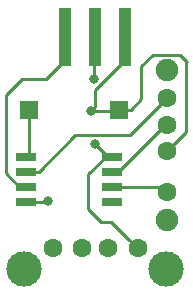
<source format=gbr>
G04 #@! TF.GenerationSoftware,KiCad,Pcbnew,5.0.2+dfsg1-1~bpo9+1*
G04 #@! TF.CreationDate,2020-11-29T19:27:56+00:00*
G04 #@! TF.ProjectId,tiny_glowstick,74696e79-5f67-46c6-9f77-737469636b2e,rev?*
G04 #@! TF.SameCoordinates,Original*
G04 #@! TF.FileFunction,Copper,L1,Top*
G04 #@! TF.FilePolarity,Positive*
%FSLAX46Y46*%
G04 Gerber Fmt 4.6, Leading zero omitted, Abs format (unit mm)*
G04 Created by KiCad (PCBNEW 5.0.2+dfsg1-1~bpo9+1) date Sun 29 Nov 2020 19:27:56 GMT*
%MOMM*%
%LPD*%
G01*
G04 APERTURE LIST*
G04 #@! TA.AperFunction,SMDPad,CuDef*
%ADD10R,1.700000X0.650000*%
G04 #@! TD*
G04 #@! TA.AperFunction,ComponentPad*
%ADD11C,1.600000*%
G04 #@! TD*
G04 #@! TA.AperFunction,ComponentPad*
%ADD12C,3.000000*%
G04 #@! TD*
G04 #@! TA.AperFunction,SMDPad,CuDef*
%ADD13R,1.524000X1.524000*%
G04 #@! TD*
G04 #@! TA.AperFunction,ComponentPad*
%ADD14C,1.900000*%
G04 #@! TD*
G04 #@! TA.AperFunction,SMDPad,CuDef*
%ADD15R,1.000000X5.000000*%
G04 #@! TD*
G04 #@! TA.AperFunction,ViaPad*
%ADD16C,0.800000*%
G04 #@! TD*
G04 #@! TA.AperFunction,Conductor*
%ADD17C,0.250000*%
G04 #@! TD*
G04 APERTURE END LIST*
D10*
G04 #@! TO.P,U1,1*
G04 #@! TO.N,Net-(SW2-Pad1)*
X130982700Y-70866000D03*
G04 #@! TO.P,U1,2*
G04 #@! TO.N,Net-(SW1-Pad1)*
X130982700Y-72136000D03*
G04 #@! TO.P,U1,3*
G04 #@! TO.N,Net-(D1-Pad4)*
X130982700Y-73406000D03*
G04 #@! TO.P,U1,4*
G04 #@! TO.N,Net-(D1-Pad3)*
X130982700Y-74676000D03*
G04 #@! TO.P,U1,5*
G04 #@! TO.N,Net-(U1-Pad5)*
X138282700Y-74676000D03*
G04 #@! TO.P,U1,6*
G04 #@! TO.N,Net-(SW1-Pad4)*
X138282700Y-73406000D03*
G04 #@! TO.P,U1,7*
G04 #@! TO.N,Net-(SW1-Pad2)*
X138282700Y-72136000D03*
G04 #@! TO.P,U1,8*
G04 #@! TO.N,Net-(D1-Pad1)*
X138282700Y-70866000D03*
G04 #@! TD*
D11*
G04 #@! TO.P,J1,1*
G04 #@! TO.N,Net-(D1-Pad1)*
X140462000Y-78600300D03*
G04 #@! TO.P,J1,2*
G04 #@! TO.N,Net-(J1-Pad2)*
X137998200Y-78600300D03*
G04 #@! TO.P,J1,3*
G04 #@! TO.N,Net-(J1-Pad3)*
X135763000Y-78600300D03*
G04 #@! TO.P,J1,4*
G04 #@! TO.N,Net-(D1-Pad3)*
X133299200Y-78600300D03*
D12*
X130860800Y-80393540D03*
X142875000Y-80398620D03*
G04 #@! TD*
D13*
G04 #@! TO.P,SW2,1*
G04 #@! TO.N,Net-(SW2-Pad1)*
X131279900Y-66878200D03*
G04 #@! TO.P,SW2,2*
G04 #@! TO.N,Net-(D1-Pad3)*
X138899900Y-66878200D03*
G04 #@! TD*
D11*
G04 #@! TO.P,SW1,3*
G04 #@! TO.N,Net-(D1-Pad3)*
X142963900Y-70426580D03*
G04 #@! TO.P,SW1,4*
G04 #@! TO.N,Net-(SW1-Pad4)*
X142963900Y-73850500D03*
G04 #@! TO.P,SW1,2*
G04 #@! TO.N,Net-(SW1-Pad2)*
X142963900Y-68176140D03*
G04 #@! TO.P,SW1,1*
G04 #@! TO.N,Net-(SW1-Pad1)*
X142963900Y-65925700D03*
D14*
G04 #@! TO.P,SW1,5*
G04 #@! TO.N,N/C*
X142963900Y-63517780D03*
G04 #@! TO.P,SW1,6*
X142963900Y-76258420D03*
G04 #@! TD*
D15*
G04 #@! TO.P,D1,4*
G04 #@! TO.N,Net-(D1-Pad4)*
X134297420Y-60695840D03*
G04 #@! TO.P,D1,1*
G04 #@! TO.N,Net-(D1-Pad1)*
X136837420Y-60695840D03*
G04 #@! TO.P,D1,3*
G04 #@! TO.N,Net-(D1-Pad3)*
X139377420Y-60695840D03*
G04 #@! TD*
D16*
G04 #@! TO.N,Net-(D1-Pad3)*
X132880100Y-74625200D03*
X136491980Y-67025520D03*
G04 #@! TO.N,Net-(D1-Pad1)*
X136878060Y-69774900D03*
X136778667Y-64269287D03*
G04 #@! TD*
D17*
G04 #@! TO.N,Net-(D1-Pad3)*
X132829300Y-74676000D02*
X132880100Y-74625200D01*
X130982700Y-74676000D02*
X132829300Y-74676000D01*
X138752580Y-67025520D02*
X138899900Y-66878200D01*
X136491980Y-67025520D02*
X138752580Y-67025520D01*
X139377420Y-62695840D02*
X139377420Y-60695840D01*
X136891979Y-65181281D02*
X139377420Y-62695840D01*
X136891979Y-66625521D02*
X136891979Y-65181281D01*
X136491980Y-67025520D02*
X136891979Y-66625521D01*
X139911900Y-66878200D02*
X140771880Y-66018220D01*
X138899900Y-66878200D02*
X139911900Y-66878200D01*
X140771880Y-66018220D02*
X140771880Y-63197740D01*
X141726841Y-62242779D02*
X144068721Y-62242779D01*
X140771880Y-63197740D02*
X141726841Y-62242779D01*
X144068721Y-62242779D02*
X144633990Y-62808048D01*
X144633990Y-62808048D02*
X144599660Y-62842378D01*
X144599660Y-68790820D02*
X142963900Y-70426580D01*
X144599660Y-62842378D02*
X144599660Y-68790820D01*
G04 #@! TO.N,Net-(D1-Pad4)*
X134297420Y-62695840D02*
X132693160Y-64300100D01*
X134297420Y-60695840D02*
X134297420Y-62695840D01*
X132693160Y-64300100D02*
X130637280Y-64300100D01*
X130637280Y-64300100D02*
X129329180Y-65608200D01*
X130457700Y-73406000D02*
X130982700Y-73406000D01*
X129329180Y-72277480D02*
X130457700Y-73406000D01*
X129329180Y-65608200D02*
X129329180Y-72277480D01*
G04 #@! TO.N,Net-(D1-Pad1)*
X139662001Y-77800301D02*
X139636601Y-77800301D01*
X140462000Y-78600300D02*
X139662001Y-77800301D01*
X139636601Y-77800301D02*
X138214100Y-76377800D01*
X138214100Y-76377800D02*
X137375900Y-76377800D01*
X137375900Y-76377800D02*
X136258300Y-75260200D01*
X137757700Y-70866000D02*
X138282700Y-70866000D01*
X136258300Y-72365400D02*
X137757700Y-70866000D01*
X136258300Y-75260200D02*
X136258300Y-72365400D01*
X137969160Y-70866000D02*
X136878060Y-69774900D01*
X138282700Y-70866000D02*
X137969160Y-70866000D01*
X136778667Y-60754593D02*
X136837420Y-60695840D01*
X136778667Y-64269287D02*
X136778667Y-60754593D01*
G04 #@! TO.N,Net-(SW1-Pad1)*
X132082700Y-72136000D02*
X135168800Y-69049900D01*
X130982700Y-72136000D02*
X132082700Y-72136000D01*
X139839700Y-69049900D02*
X142963900Y-65925700D01*
X135168800Y-69049900D02*
X139839700Y-69049900D01*
G04 #@! TO.N,Net-(SW1-Pad4)*
X142519400Y-73406000D02*
X142963900Y-73850500D01*
X138282700Y-73406000D02*
X142519400Y-73406000D01*
G04 #@! TO.N,Net-(SW1-Pad2)*
X142767560Y-68176140D02*
X142963900Y-68176140D01*
X138807700Y-72136000D02*
X142767560Y-68176140D01*
X138282700Y-72136000D02*
X138807700Y-72136000D01*
G04 #@! TO.N,Net-(SW2-Pad1)*
X131279900Y-70568800D02*
X130982700Y-70866000D01*
X131279900Y-66878200D02*
X131279900Y-70568800D01*
G04 #@! TD*
M02*

</source>
